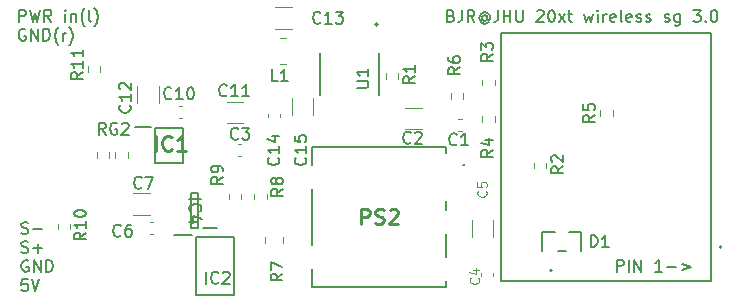
<source format=gbr>
%TF.GenerationSoftware,KiCad,Pcbnew,7.0.9*%
%TF.CreationDate,2024-04-30T03:57:04-04:00*%
%TF.ProjectId,5.2_5V,352e325f-3556-42e6-9b69-6361645f7063,rev?*%
%TF.SameCoordinates,Original*%
%TF.FileFunction,Legend,Top*%
%TF.FilePolarity,Positive*%
%FSLAX46Y46*%
G04 Gerber Fmt 4.6, Leading zero omitted, Abs format (unit mm)*
G04 Created by KiCad (PCBNEW 7.0.9) date 2024-04-30 03:57:04*
%MOMM*%
%LPD*%
G01*
G04 APERTURE LIST*
%ADD10C,0.150000*%
%ADD11C,0.120000*%
%ADD12C,0.254000*%
%ADD13C,0.127000*%
%ADD14C,0.200000*%
%ADD15C,0.152400*%
G04 APERTURE END LIST*
D10*
X176739779Y-54479819D02*
X176739779Y-53479819D01*
X176739779Y-53479819D02*
X177120731Y-53479819D01*
X177120731Y-53479819D02*
X177215969Y-53527438D01*
X177215969Y-53527438D02*
X177263588Y-53575057D01*
X177263588Y-53575057D02*
X177311207Y-53670295D01*
X177311207Y-53670295D02*
X177311207Y-53813152D01*
X177311207Y-53813152D02*
X177263588Y-53908390D01*
X177263588Y-53908390D02*
X177215969Y-53956009D01*
X177215969Y-53956009D02*
X177120731Y-54003628D01*
X177120731Y-54003628D02*
X176739779Y-54003628D01*
X177739779Y-54479819D02*
X177739779Y-53479819D01*
X178215969Y-54479819D02*
X178215969Y-53479819D01*
X178215969Y-53479819D02*
X178787397Y-54479819D01*
X178787397Y-54479819D02*
X178787397Y-53479819D01*
X180549302Y-54479819D02*
X179977874Y-54479819D01*
X180263588Y-54479819D02*
X180263588Y-53479819D01*
X180263588Y-53479819D02*
X180168350Y-53622676D01*
X180168350Y-53622676D02*
X180073112Y-53717914D01*
X180073112Y-53717914D02*
X179977874Y-53765533D01*
X180977874Y-54098866D02*
X181739779Y-54098866D01*
X182215969Y-53813152D02*
X182977874Y-54098866D01*
X182977874Y-54098866D02*
X182215969Y-54384580D01*
X162671312Y-32823209D02*
X162814169Y-32870828D01*
X162814169Y-32870828D02*
X162861788Y-32918447D01*
X162861788Y-32918447D02*
X162909407Y-33013685D01*
X162909407Y-33013685D02*
X162909407Y-33156542D01*
X162909407Y-33156542D02*
X162861788Y-33251780D01*
X162861788Y-33251780D02*
X162814169Y-33299400D01*
X162814169Y-33299400D02*
X162718931Y-33347019D01*
X162718931Y-33347019D02*
X162337979Y-33347019D01*
X162337979Y-33347019D02*
X162337979Y-32347019D01*
X162337979Y-32347019D02*
X162671312Y-32347019D01*
X162671312Y-32347019D02*
X162766550Y-32394638D01*
X162766550Y-32394638D02*
X162814169Y-32442257D01*
X162814169Y-32442257D02*
X162861788Y-32537495D01*
X162861788Y-32537495D02*
X162861788Y-32632733D01*
X162861788Y-32632733D02*
X162814169Y-32727971D01*
X162814169Y-32727971D02*
X162766550Y-32775590D01*
X162766550Y-32775590D02*
X162671312Y-32823209D01*
X162671312Y-32823209D02*
X162337979Y-32823209D01*
X163623693Y-32347019D02*
X163623693Y-33061304D01*
X163623693Y-33061304D02*
X163576074Y-33204161D01*
X163576074Y-33204161D02*
X163480836Y-33299400D01*
X163480836Y-33299400D02*
X163337979Y-33347019D01*
X163337979Y-33347019D02*
X163242741Y-33347019D01*
X164671312Y-33347019D02*
X164337979Y-32870828D01*
X164099884Y-33347019D02*
X164099884Y-32347019D01*
X164099884Y-32347019D02*
X164480836Y-32347019D01*
X164480836Y-32347019D02*
X164576074Y-32394638D01*
X164576074Y-32394638D02*
X164623693Y-32442257D01*
X164623693Y-32442257D02*
X164671312Y-32537495D01*
X164671312Y-32537495D02*
X164671312Y-32680352D01*
X164671312Y-32680352D02*
X164623693Y-32775590D01*
X164623693Y-32775590D02*
X164576074Y-32823209D01*
X164576074Y-32823209D02*
X164480836Y-32870828D01*
X164480836Y-32870828D02*
X164099884Y-32870828D01*
X165718931Y-32870828D02*
X165671312Y-32823209D01*
X165671312Y-32823209D02*
X165576074Y-32775590D01*
X165576074Y-32775590D02*
X165480836Y-32775590D01*
X165480836Y-32775590D02*
X165385598Y-32823209D01*
X165385598Y-32823209D02*
X165337979Y-32870828D01*
X165337979Y-32870828D02*
X165290360Y-32966066D01*
X165290360Y-32966066D02*
X165290360Y-33061304D01*
X165290360Y-33061304D02*
X165337979Y-33156542D01*
X165337979Y-33156542D02*
X165385598Y-33204161D01*
X165385598Y-33204161D02*
X165480836Y-33251780D01*
X165480836Y-33251780D02*
X165576074Y-33251780D01*
X165576074Y-33251780D02*
X165671312Y-33204161D01*
X165671312Y-33204161D02*
X165718931Y-33156542D01*
X165718931Y-32775590D02*
X165718931Y-33156542D01*
X165718931Y-33156542D02*
X165766550Y-33204161D01*
X165766550Y-33204161D02*
X165814169Y-33204161D01*
X165814169Y-33204161D02*
X165909408Y-33156542D01*
X165909408Y-33156542D02*
X165957027Y-33061304D01*
X165957027Y-33061304D02*
X165957027Y-32823209D01*
X165957027Y-32823209D02*
X165861789Y-32680352D01*
X165861789Y-32680352D02*
X165718931Y-32585114D01*
X165718931Y-32585114D02*
X165528455Y-32537495D01*
X165528455Y-32537495D02*
X165337979Y-32585114D01*
X165337979Y-32585114D02*
X165195122Y-32680352D01*
X165195122Y-32680352D02*
X165099884Y-32823209D01*
X165099884Y-32823209D02*
X165052265Y-33013685D01*
X165052265Y-33013685D02*
X165099884Y-33204161D01*
X165099884Y-33204161D02*
X165195122Y-33347019D01*
X165195122Y-33347019D02*
X165337979Y-33442257D01*
X165337979Y-33442257D02*
X165528455Y-33489876D01*
X165528455Y-33489876D02*
X165718931Y-33442257D01*
X165718931Y-33442257D02*
X165861789Y-33347019D01*
X166671312Y-32347019D02*
X166671312Y-33061304D01*
X166671312Y-33061304D02*
X166623693Y-33204161D01*
X166623693Y-33204161D02*
X166528455Y-33299400D01*
X166528455Y-33299400D02*
X166385598Y-33347019D01*
X166385598Y-33347019D02*
X166290360Y-33347019D01*
X167147503Y-33347019D02*
X167147503Y-32347019D01*
X167147503Y-32823209D02*
X167718931Y-32823209D01*
X167718931Y-33347019D02*
X167718931Y-32347019D01*
X168195122Y-32347019D02*
X168195122Y-33156542D01*
X168195122Y-33156542D02*
X168242741Y-33251780D01*
X168242741Y-33251780D02*
X168290360Y-33299400D01*
X168290360Y-33299400D02*
X168385598Y-33347019D01*
X168385598Y-33347019D02*
X168576074Y-33347019D01*
X168576074Y-33347019D02*
X168671312Y-33299400D01*
X168671312Y-33299400D02*
X168718931Y-33251780D01*
X168718931Y-33251780D02*
X168766550Y-33156542D01*
X168766550Y-33156542D02*
X168766550Y-32347019D01*
X169957027Y-32442257D02*
X170004646Y-32394638D01*
X170004646Y-32394638D02*
X170099884Y-32347019D01*
X170099884Y-32347019D02*
X170337979Y-32347019D01*
X170337979Y-32347019D02*
X170433217Y-32394638D01*
X170433217Y-32394638D02*
X170480836Y-32442257D01*
X170480836Y-32442257D02*
X170528455Y-32537495D01*
X170528455Y-32537495D02*
X170528455Y-32632733D01*
X170528455Y-32632733D02*
X170480836Y-32775590D01*
X170480836Y-32775590D02*
X169909408Y-33347019D01*
X169909408Y-33347019D02*
X170528455Y-33347019D01*
X171147503Y-32347019D02*
X171242741Y-32347019D01*
X171242741Y-32347019D02*
X171337979Y-32394638D01*
X171337979Y-32394638D02*
X171385598Y-32442257D01*
X171385598Y-32442257D02*
X171433217Y-32537495D01*
X171433217Y-32537495D02*
X171480836Y-32727971D01*
X171480836Y-32727971D02*
X171480836Y-32966066D01*
X171480836Y-32966066D02*
X171433217Y-33156542D01*
X171433217Y-33156542D02*
X171385598Y-33251780D01*
X171385598Y-33251780D02*
X171337979Y-33299400D01*
X171337979Y-33299400D02*
X171242741Y-33347019D01*
X171242741Y-33347019D02*
X171147503Y-33347019D01*
X171147503Y-33347019D02*
X171052265Y-33299400D01*
X171052265Y-33299400D02*
X171004646Y-33251780D01*
X171004646Y-33251780D02*
X170957027Y-33156542D01*
X170957027Y-33156542D02*
X170909408Y-32966066D01*
X170909408Y-32966066D02*
X170909408Y-32727971D01*
X170909408Y-32727971D02*
X170957027Y-32537495D01*
X170957027Y-32537495D02*
X171004646Y-32442257D01*
X171004646Y-32442257D02*
X171052265Y-32394638D01*
X171052265Y-32394638D02*
X171147503Y-32347019D01*
X171814170Y-33347019D02*
X172337979Y-32680352D01*
X171814170Y-32680352D02*
X172337979Y-33347019D01*
X172576075Y-32680352D02*
X172957027Y-32680352D01*
X172718932Y-32347019D02*
X172718932Y-33204161D01*
X172718932Y-33204161D02*
X172766551Y-33299400D01*
X172766551Y-33299400D02*
X172861789Y-33347019D01*
X172861789Y-33347019D02*
X172957027Y-33347019D01*
X173957028Y-32680352D02*
X174147504Y-33347019D01*
X174147504Y-33347019D02*
X174337980Y-32870828D01*
X174337980Y-32870828D02*
X174528456Y-33347019D01*
X174528456Y-33347019D02*
X174718932Y-32680352D01*
X175099885Y-33347019D02*
X175099885Y-32680352D01*
X175099885Y-32347019D02*
X175052266Y-32394638D01*
X175052266Y-32394638D02*
X175099885Y-32442257D01*
X175099885Y-32442257D02*
X175147504Y-32394638D01*
X175147504Y-32394638D02*
X175099885Y-32347019D01*
X175099885Y-32347019D02*
X175099885Y-32442257D01*
X175576075Y-33347019D02*
X175576075Y-32680352D01*
X175576075Y-32870828D02*
X175623694Y-32775590D01*
X175623694Y-32775590D02*
X175671313Y-32727971D01*
X175671313Y-32727971D02*
X175766551Y-32680352D01*
X175766551Y-32680352D02*
X175861789Y-32680352D01*
X176576075Y-33299400D02*
X176480837Y-33347019D01*
X176480837Y-33347019D02*
X176290361Y-33347019D01*
X176290361Y-33347019D02*
X176195123Y-33299400D01*
X176195123Y-33299400D02*
X176147504Y-33204161D01*
X176147504Y-33204161D02*
X176147504Y-32823209D01*
X176147504Y-32823209D02*
X176195123Y-32727971D01*
X176195123Y-32727971D02*
X176290361Y-32680352D01*
X176290361Y-32680352D02*
X176480837Y-32680352D01*
X176480837Y-32680352D02*
X176576075Y-32727971D01*
X176576075Y-32727971D02*
X176623694Y-32823209D01*
X176623694Y-32823209D02*
X176623694Y-32918447D01*
X176623694Y-32918447D02*
X176147504Y-33013685D01*
X177195123Y-33347019D02*
X177099885Y-33299400D01*
X177099885Y-33299400D02*
X177052266Y-33204161D01*
X177052266Y-33204161D02*
X177052266Y-32347019D01*
X177957028Y-33299400D02*
X177861790Y-33347019D01*
X177861790Y-33347019D02*
X177671314Y-33347019D01*
X177671314Y-33347019D02*
X177576076Y-33299400D01*
X177576076Y-33299400D02*
X177528457Y-33204161D01*
X177528457Y-33204161D02*
X177528457Y-32823209D01*
X177528457Y-32823209D02*
X177576076Y-32727971D01*
X177576076Y-32727971D02*
X177671314Y-32680352D01*
X177671314Y-32680352D02*
X177861790Y-32680352D01*
X177861790Y-32680352D02*
X177957028Y-32727971D01*
X177957028Y-32727971D02*
X178004647Y-32823209D01*
X178004647Y-32823209D02*
X178004647Y-32918447D01*
X178004647Y-32918447D02*
X177528457Y-33013685D01*
X178385600Y-33299400D02*
X178480838Y-33347019D01*
X178480838Y-33347019D02*
X178671314Y-33347019D01*
X178671314Y-33347019D02*
X178766552Y-33299400D01*
X178766552Y-33299400D02*
X178814171Y-33204161D01*
X178814171Y-33204161D02*
X178814171Y-33156542D01*
X178814171Y-33156542D02*
X178766552Y-33061304D01*
X178766552Y-33061304D02*
X178671314Y-33013685D01*
X178671314Y-33013685D02*
X178528457Y-33013685D01*
X178528457Y-33013685D02*
X178433219Y-32966066D01*
X178433219Y-32966066D02*
X178385600Y-32870828D01*
X178385600Y-32870828D02*
X178385600Y-32823209D01*
X178385600Y-32823209D02*
X178433219Y-32727971D01*
X178433219Y-32727971D02*
X178528457Y-32680352D01*
X178528457Y-32680352D02*
X178671314Y-32680352D01*
X178671314Y-32680352D02*
X178766552Y-32727971D01*
X179195124Y-33299400D02*
X179290362Y-33347019D01*
X179290362Y-33347019D02*
X179480838Y-33347019D01*
X179480838Y-33347019D02*
X179576076Y-33299400D01*
X179576076Y-33299400D02*
X179623695Y-33204161D01*
X179623695Y-33204161D02*
X179623695Y-33156542D01*
X179623695Y-33156542D02*
X179576076Y-33061304D01*
X179576076Y-33061304D02*
X179480838Y-33013685D01*
X179480838Y-33013685D02*
X179337981Y-33013685D01*
X179337981Y-33013685D02*
X179242743Y-32966066D01*
X179242743Y-32966066D02*
X179195124Y-32870828D01*
X179195124Y-32870828D02*
X179195124Y-32823209D01*
X179195124Y-32823209D02*
X179242743Y-32727971D01*
X179242743Y-32727971D02*
X179337981Y-32680352D01*
X179337981Y-32680352D02*
X179480838Y-32680352D01*
X179480838Y-32680352D02*
X179576076Y-32727971D01*
X180766553Y-33299400D02*
X180861791Y-33347019D01*
X180861791Y-33347019D02*
X181052267Y-33347019D01*
X181052267Y-33347019D02*
X181147505Y-33299400D01*
X181147505Y-33299400D02*
X181195124Y-33204161D01*
X181195124Y-33204161D02*
X181195124Y-33156542D01*
X181195124Y-33156542D02*
X181147505Y-33061304D01*
X181147505Y-33061304D02*
X181052267Y-33013685D01*
X181052267Y-33013685D02*
X180909410Y-33013685D01*
X180909410Y-33013685D02*
X180814172Y-32966066D01*
X180814172Y-32966066D02*
X180766553Y-32870828D01*
X180766553Y-32870828D02*
X180766553Y-32823209D01*
X180766553Y-32823209D02*
X180814172Y-32727971D01*
X180814172Y-32727971D02*
X180909410Y-32680352D01*
X180909410Y-32680352D02*
X181052267Y-32680352D01*
X181052267Y-32680352D02*
X181147505Y-32727971D01*
X182052267Y-32680352D02*
X182052267Y-33489876D01*
X182052267Y-33489876D02*
X182004648Y-33585114D01*
X182004648Y-33585114D02*
X181957029Y-33632733D01*
X181957029Y-33632733D02*
X181861791Y-33680352D01*
X181861791Y-33680352D02*
X181718934Y-33680352D01*
X181718934Y-33680352D02*
X181623696Y-33632733D01*
X182052267Y-33299400D02*
X181957029Y-33347019D01*
X181957029Y-33347019D02*
X181766553Y-33347019D01*
X181766553Y-33347019D02*
X181671315Y-33299400D01*
X181671315Y-33299400D02*
X181623696Y-33251780D01*
X181623696Y-33251780D02*
X181576077Y-33156542D01*
X181576077Y-33156542D02*
X181576077Y-32870828D01*
X181576077Y-32870828D02*
X181623696Y-32775590D01*
X181623696Y-32775590D02*
X181671315Y-32727971D01*
X181671315Y-32727971D02*
X181766553Y-32680352D01*
X181766553Y-32680352D02*
X181957029Y-32680352D01*
X181957029Y-32680352D02*
X182052267Y-32727971D01*
X183195125Y-32347019D02*
X183814172Y-32347019D01*
X183814172Y-32347019D02*
X183480839Y-32727971D01*
X183480839Y-32727971D02*
X183623696Y-32727971D01*
X183623696Y-32727971D02*
X183718934Y-32775590D01*
X183718934Y-32775590D02*
X183766553Y-32823209D01*
X183766553Y-32823209D02*
X183814172Y-32918447D01*
X183814172Y-32918447D02*
X183814172Y-33156542D01*
X183814172Y-33156542D02*
X183766553Y-33251780D01*
X183766553Y-33251780D02*
X183718934Y-33299400D01*
X183718934Y-33299400D02*
X183623696Y-33347019D01*
X183623696Y-33347019D02*
X183337982Y-33347019D01*
X183337982Y-33347019D02*
X183242744Y-33299400D01*
X183242744Y-33299400D02*
X183195125Y-33251780D01*
X184242744Y-33251780D02*
X184290363Y-33299400D01*
X184290363Y-33299400D02*
X184242744Y-33347019D01*
X184242744Y-33347019D02*
X184195125Y-33299400D01*
X184195125Y-33299400D02*
X184242744Y-33251780D01*
X184242744Y-33251780D02*
X184242744Y-33347019D01*
X184909410Y-32347019D02*
X185004648Y-32347019D01*
X185004648Y-32347019D02*
X185099886Y-32394638D01*
X185099886Y-32394638D02*
X185147505Y-32442257D01*
X185147505Y-32442257D02*
X185195124Y-32537495D01*
X185195124Y-32537495D02*
X185242743Y-32727971D01*
X185242743Y-32727971D02*
X185242743Y-32966066D01*
X185242743Y-32966066D02*
X185195124Y-33156542D01*
X185195124Y-33156542D02*
X185147505Y-33251780D01*
X185147505Y-33251780D02*
X185099886Y-33299400D01*
X185099886Y-33299400D02*
X185004648Y-33347019D01*
X185004648Y-33347019D02*
X184909410Y-33347019D01*
X184909410Y-33347019D02*
X184814172Y-33299400D01*
X184814172Y-33299400D02*
X184766553Y-33251780D01*
X184766553Y-33251780D02*
X184718934Y-33156542D01*
X184718934Y-33156542D02*
X184671315Y-32966066D01*
X184671315Y-32966066D02*
X184671315Y-32727971D01*
X184671315Y-32727971D02*
X184718934Y-32537495D01*
X184718934Y-32537495D02*
X184766553Y-32442257D01*
X184766553Y-32442257D02*
X184814172Y-32394638D01*
X184814172Y-32394638D02*
X184909410Y-32347019D01*
X126314160Y-51242200D02*
X126457017Y-51289819D01*
X126457017Y-51289819D02*
X126695112Y-51289819D01*
X126695112Y-51289819D02*
X126790350Y-51242200D01*
X126790350Y-51242200D02*
X126837969Y-51194580D01*
X126837969Y-51194580D02*
X126885588Y-51099342D01*
X126885588Y-51099342D02*
X126885588Y-51004104D01*
X126885588Y-51004104D02*
X126837969Y-50908866D01*
X126837969Y-50908866D02*
X126790350Y-50861247D01*
X126790350Y-50861247D02*
X126695112Y-50813628D01*
X126695112Y-50813628D02*
X126504636Y-50766009D01*
X126504636Y-50766009D02*
X126409398Y-50718390D01*
X126409398Y-50718390D02*
X126361779Y-50670771D01*
X126361779Y-50670771D02*
X126314160Y-50575533D01*
X126314160Y-50575533D02*
X126314160Y-50480295D01*
X126314160Y-50480295D02*
X126361779Y-50385057D01*
X126361779Y-50385057D02*
X126409398Y-50337438D01*
X126409398Y-50337438D02*
X126504636Y-50289819D01*
X126504636Y-50289819D02*
X126742731Y-50289819D01*
X126742731Y-50289819D02*
X126885588Y-50337438D01*
X127314160Y-50908866D02*
X128076065Y-50908866D01*
X126314160Y-52852200D02*
X126457017Y-52899819D01*
X126457017Y-52899819D02*
X126695112Y-52899819D01*
X126695112Y-52899819D02*
X126790350Y-52852200D01*
X126790350Y-52852200D02*
X126837969Y-52804580D01*
X126837969Y-52804580D02*
X126885588Y-52709342D01*
X126885588Y-52709342D02*
X126885588Y-52614104D01*
X126885588Y-52614104D02*
X126837969Y-52518866D01*
X126837969Y-52518866D02*
X126790350Y-52471247D01*
X126790350Y-52471247D02*
X126695112Y-52423628D01*
X126695112Y-52423628D02*
X126504636Y-52376009D01*
X126504636Y-52376009D02*
X126409398Y-52328390D01*
X126409398Y-52328390D02*
X126361779Y-52280771D01*
X126361779Y-52280771D02*
X126314160Y-52185533D01*
X126314160Y-52185533D02*
X126314160Y-52090295D01*
X126314160Y-52090295D02*
X126361779Y-51995057D01*
X126361779Y-51995057D02*
X126409398Y-51947438D01*
X126409398Y-51947438D02*
X126504636Y-51899819D01*
X126504636Y-51899819D02*
X126742731Y-51899819D01*
X126742731Y-51899819D02*
X126885588Y-51947438D01*
X127314160Y-52518866D02*
X128076065Y-52518866D01*
X127695112Y-52899819D02*
X127695112Y-52137914D01*
X126885588Y-53557438D02*
X126790350Y-53509819D01*
X126790350Y-53509819D02*
X126647493Y-53509819D01*
X126647493Y-53509819D02*
X126504636Y-53557438D01*
X126504636Y-53557438D02*
X126409398Y-53652676D01*
X126409398Y-53652676D02*
X126361779Y-53747914D01*
X126361779Y-53747914D02*
X126314160Y-53938390D01*
X126314160Y-53938390D02*
X126314160Y-54081247D01*
X126314160Y-54081247D02*
X126361779Y-54271723D01*
X126361779Y-54271723D02*
X126409398Y-54366961D01*
X126409398Y-54366961D02*
X126504636Y-54462200D01*
X126504636Y-54462200D02*
X126647493Y-54509819D01*
X126647493Y-54509819D02*
X126742731Y-54509819D01*
X126742731Y-54509819D02*
X126885588Y-54462200D01*
X126885588Y-54462200D02*
X126933207Y-54414580D01*
X126933207Y-54414580D02*
X126933207Y-54081247D01*
X126933207Y-54081247D02*
X126742731Y-54081247D01*
X127361779Y-54509819D02*
X127361779Y-53509819D01*
X127361779Y-53509819D02*
X127933207Y-54509819D01*
X127933207Y-54509819D02*
X127933207Y-53509819D01*
X128409398Y-54509819D02*
X128409398Y-53509819D01*
X128409398Y-53509819D02*
X128647493Y-53509819D01*
X128647493Y-53509819D02*
X128790350Y-53557438D01*
X128790350Y-53557438D02*
X128885588Y-53652676D01*
X128885588Y-53652676D02*
X128933207Y-53747914D01*
X128933207Y-53747914D02*
X128980826Y-53938390D01*
X128980826Y-53938390D02*
X128980826Y-54081247D01*
X128980826Y-54081247D02*
X128933207Y-54271723D01*
X128933207Y-54271723D02*
X128885588Y-54366961D01*
X128885588Y-54366961D02*
X128790350Y-54462200D01*
X128790350Y-54462200D02*
X128647493Y-54509819D01*
X128647493Y-54509819D02*
X128409398Y-54509819D01*
X126837969Y-55119819D02*
X126361779Y-55119819D01*
X126361779Y-55119819D02*
X126314160Y-55596009D01*
X126314160Y-55596009D02*
X126361779Y-55548390D01*
X126361779Y-55548390D02*
X126457017Y-55500771D01*
X126457017Y-55500771D02*
X126695112Y-55500771D01*
X126695112Y-55500771D02*
X126790350Y-55548390D01*
X126790350Y-55548390D02*
X126837969Y-55596009D01*
X126837969Y-55596009D02*
X126885588Y-55691247D01*
X126885588Y-55691247D02*
X126885588Y-55929342D01*
X126885588Y-55929342D02*
X126837969Y-56024580D01*
X126837969Y-56024580D02*
X126790350Y-56072200D01*
X126790350Y-56072200D02*
X126695112Y-56119819D01*
X126695112Y-56119819D02*
X126457017Y-56119819D01*
X126457017Y-56119819D02*
X126361779Y-56072200D01*
X126361779Y-56072200D02*
X126314160Y-56024580D01*
X127171303Y-55119819D02*
X127504636Y-56119819D01*
X127504636Y-56119819D02*
X127837969Y-55119819D01*
X140541380Y-48342779D02*
X141541380Y-48342779D01*
X140636619Y-49390397D02*
X140589000Y-49342778D01*
X140589000Y-49342778D02*
X140541380Y-49199921D01*
X140541380Y-49199921D02*
X140541380Y-49104683D01*
X140541380Y-49104683D02*
X140589000Y-48961826D01*
X140589000Y-48961826D02*
X140684238Y-48866588D01*
X140684238Y-48866588D02*
X140779476Y-48818969D01*
X140779476Y-48818969D02*
X140969952Y-48771350D01*
X140969952Y-48771350D02*
X141112809Y-48771350D01*
X141112809Y-48771350D02*
X141303285Y-48818969D01*
X141303285Y-48818969D02*
X141398523Y-48866588D01*
X141398523Y-48866588D02*
X141493761Y-48961826D01*
X141493761Y-48961826D02*
X141541380Y-49104683D01*
X141541380Y-49104683D02*
X141541380Y-49199921D01*
X141541380Y-49199921D02*
X141493761Y-49342778D01*
X141493761Y-49342778D02*
X141446142Y-49390397D01*
X141208047Y-50247540D02*
X140541380Y-50247540D01*
X141589000Y-50009445D02*
X140874714Y-49771350D01*
X140874714Y-49771350D02*
X140874714Y-50390397D01*
X126117579Y-33311819D02*
X126117579Y-32311819D01*
X126117579Y-32311819D02*
X126498531Y-32311819D01*
X126498531Y-32311819D02*
X126593769Y-32359438D01*
X126593769Y-32359438D02*
X126641388Y-32407057D01*
X126641388Y-32407057D02*
X126689007Y-32502295D01*
X126689007Y-32502295D02*
X126689007Y-32645152D01*
X126689007Y-32645152D02*
X126641388Y-32740390D01*
X126641388Y-32740390D02*
X126593769Y-32788009D01*
X126593769Y-32788009D02*
X126498531Y-32835628D01*
X126498531Y-32835628D02*
X126117579Y-32835628D01*
X127022341Y-32311819D02*
X127260436Y-33311819D01*
X127260436Y-33311819D02*
X127450912Y-32597533D01*
X127450912Y-32597533D02*
X127641388Y-33311819D01*
X127641388Y-33311819D02*
X127879484Y-32311819D01*
X128831864Y-33311819D02*
X128498531Y-32835628D01*
X128260436Y-33311819D02*
X128260436Y-32311819D01*
X128260436Y-32311819D02*
X128641388Y-32311819D01*
X128641388Y-32311819D02*
X128736626Y-32359438D01*
X128736626Y-32359438D02*
X128784245Y-32407057D01*
X128784245Y-32407057D02*
X128831864Y-32502295D01*
X128831864Y-32502295D02*
X128831864Y-32645152D01*
X128831864Y-32645152D02*
X128784245Y-32740390D01*
X128784245Y-32740390D02*
X128736626Y-32788009D01*
X128736626Y-32788009D02*
X128641388Y-32835628D01*
X128641388Y-32835628D02*
X128260436Y-32835628D01*
X130022341Y-33311819D02*
X130022341Y-32645152D01*
X130022341Y-32311819D02*
X129974722Y-32359438D01*
X129974722Y-32359438D02*
X130022341Y-32407057D01*
X130022341Y-32407057D02*
X130069960Y-32359438D01*
X130069960Y-32359438D02*
X130022341Y-32311819D01*
X130022341Y-32311819D02*
X130022341Y-32407057D01*
X130498531Y-32645152D02*
X130498531Y-33311819D01*
X130498531Y-32740390D02*
X130546150Y-32692771D01*
X130546150Y-32692771D02*
X130641388Y-32645152D01*
X130641388Y-32645152D02*
X130784245Y-32645152D01*
X130784245Y-32645152D02*
X130879483Y-32692771D01*
X130879483Y-32692771D02*
X130927102Y-32788009D01*
X130927102Y-32788009D02*
X130927102Y-33311819D01*
X131689007Y-33692771D02*
X131641388Y-33645152D01*
X131641388Y-33645152D02*
X131546150Y-33502295D01*
X131546150Y-33502295D02*
X131498531Y-33407057D01*
X131498531Y-33407057D02*
X131450912Y-33264200D01*
X131450912Y-33264200D02*
X131403293Y-33026104D01*
X131403293Y-33026104D02*
X131403293Y-32835628D01*
X131403293Y-32835628D02*
X131450912Y-32597533D01*
X131450912Y-32597533D02*
X131498531Y-32454676D01*
X131498531Y-32454676D02*
X131546150Y-32359438D01*
X131546150Y-32359438D02*
X131641388Y-32216580D01*
X131641388Y-32216580D02*
X131689007Y-32168961D01*
X132212817Y-33311819D02*
X132117579Y-33264200D01*
X132117579Y-33264200D02*
X132069960Y-33168961D01*
X132069960Y-33168961D02*
X132069960Y-32311819D01*
X132498532Y-33692771D02*
X132546151Y-33645152D01*
X132546151Y-33645152D02*
X132641389Y-33502295D01*
X132641389Y-33502295D02*
X132689008Y-33407057D01*
X132689008Y-33407057D02*
X132736627Y-33264200D01*
X132736627Y-33264200D02*
X132784246Y-33026104D01*
X132784246Y-33026104D02*
X132784246Y-32835628D01*
X132784246Y-32835628D02*
X132736627Y-32597533D01*
X132736627Y-32597533D02*
X132689008Y-32454676D01*
X132689008Y-32454676D02*
X132641389Y-32359438D01*
X132641389Y-32359438D02*
X132546151Y-32216580D01*
X132546151Y-32216580D02*
X132498532Y-32168961D01*
X126641388Y-33969438D02*
X126546150Y-33921819D01*
X126546150Y-33921819D02*
X126403293Y-33921819D01*
X126403293Y-33921819D02*
X126260436Y-33969438D01*
X126260436Y-33969438D02*
X126165198Y-34064676D01*
X126165198Y-34064676D02*
X126117579Y-34159914D01*
X126117579Y-34159914D02*
X126069960Y-34350390D01*
X126069960Y-34350390D02*
X126069960Y-34493247D01*
X126069960Y-34493247D02*
X126117579Y-34683723D01*
X126117579Y-34683723D02*
X126165198Y-34778961D01*
X126165198Y-34778961D02*
X126260436Y-34874200D01*
X126260436Y-34874200D02*
X126403293Y-34921819D01*
X126403293Y-34921819D02*
X126498531Y-34921819D01*
X126498531Y-34921819D02*
X126641388Y-34874200D01*
X126641388Y-34874200D02*
X126689007Y-34826580D01*
X126689007Y-34826580D02*
X126689007Y-34493247D01*
X126689007Y-34493247D02*
X126498531Y-34493247D01*
X127117579Y-34921819D02*
X127117579Y-33921819D01*
X127117579Y-33921819D02*
X127689007Y-34921819D01*
X127689007Y-34921819D02*
X127689007Y-33921819D01*
X128165198Y-34921819D02*
X128165198Y-33921819D01*
X128165198Y-33921819D02*
X128403293Y-33921819D01*
X128403293Y-33921819D02*
X128546150Y-33969438D01*
X128546150Y-33969438D02*
X128641388Y-34064676D01*
X128641388Y-34064676D02*
X128689007Y-34159914D01*
X128689007Y-34159914D02*
X128736626Y-34350390D01*
X128736626Y-34350390D02*
X128736626Y-34493247D01*
X128736626Y-34493247D02*
X128689007Y-34683723D01*
X128689007Y-34683723D02*
X128641388Y-34778961D01*
X128641388Y-34778961D02*
X128546150Y-34874200D01*
X128546150Y-34874200D02*
X128403293Y-34921819D01*
X128403293Y-34921819D02*
X128165198Y-34921819D01*
X129450912Y-35302771D02*
X129403293Y-35255152D01*
X129403293Y-35255152D02*
X129308055Y-35112295D01*
X129308055Y-35112295D02*
X129260436Y-35017057D01*
X129260436Y-35017057D02*
X129212817Y-34874200D01*
X129212817Y-34874200D02*
X129165198Y-34636104D01*
X129165198Y-34636104D02*
X129165198Y-34445628D01*
X129165198Y-34445628D02*
X129212817Y-34207533D01*
X129212817Y-34207533D02*
X129260436Y-34064676D01*
X129260436Y-34064676D02*
X129308055Y-33969438D01*
X129308055Y-33969438D02*
X129403293Y-33826580D01*
X129403293Y-33826580D02*
X129450912Y-33778961D01*
X129831865Y-34921819D02*
X129831865Y-34255152D01*
X129831865Y-34445628D02*
X129879484Y-34350390D01*
X129879484Y-34350390D02*
X129927103Y-34302771D01*
X129927103Y-34302771D02*
X130022341Y-34255152D01*
X130022341Y-34255152D02*
X130117579Y-34255152D01*
X130355675Y-35302771D02*
X130403294Y-35255152D01*
X130403294Y-35255152D02*
X130498532Y-35112295D01*
X130498532Y-35112295D02*
X130546151Y-35017057D01*
X130546151Y-35017057D02*
X130593770Y-34874200D01*
X130593770Y-34874200D02*
X130641389Y-34636104D01*
X130641389Y-34636104D02*
X130641389Y-34445628D01*
X130641389Y-34445628D02*
X130593770Y-34207533D01*
X130593770Y-34207533D02*
X130546151Y-34064676D01*
X130546151Y-34064676D02*
X130498532Y-33969438D01*
X130498532Y-33969438D02*
X130403294Y-33826580D01*
X130403294Y-33826580D02*
X130355675Y-33778961D01*
X163445819Y-37191792D02*
X162969628Y-37525125D01*
X163445819Y-37763220D02*
X162445819Y-37763220D01*
X162445819Y-37763220D02*
X162445819Y-37382268D01*
X162445819Y-37382268D02*
X162493438Y-37287030D01*
X162493438Y-37287030D02*
X162541057Y-37239411D01*
X162541057Y-37239411D02*
X162636295Y-37191792D01*
X162636295Y-37191792D02*
X162779152Y-37191792D01*
X162779152Y-37191792D02*
X162874390Y-37239411D01*
X162874390Y-37239411D02*
X162922009Y-37287030D01*
X162922009Y-37287030D02*
X162969628Y-37382268D01*
X162969628Y-37382268D02*
X162969628Y-37763220D01*
X162445819Y-36334649D02*
X162445819Y-36525125D01*
X162445819Y-36525125D02*
X162493438Y-36620363D01*
X162493438Y-36620363D02*
X162541057Y-36667982D01*
X162541057Y-36667982D02*
X162683914Y-36763220D01*
X162683914Y-36763220D02*
X162874390Y-36810839D01*
X162874390Y-36810839D02*
X163255342Y-36810839D01*
X163255342Y-36810839D02*
X163350580Y-36763220D01*
X163350580Y-36763220D02*
X163398200Y-36715601D01*
X163398200Y-36715601D02*
X163445819Y-36620363D01*
X163445819Y-36620363D02*
X163445819Y-36429887D01*
X163445819Y-36429887D02*
X163398200Y-36334649D01*
X163398200Y-36334649D02*
X163350580Y-36287030D01*
X163350580Y-36287030D02*
X163255342Y-36239411D01*
X163255342Y-36239411D02*
X163017247Y-36239411D01*
X163017247Y-36239411D02*
X162922009Y-36287030D01*
X162922009Y-36287030D02*
X162874390Y-36334649D01*
X162874390Y-36334649D02*
X162826771Y-36429887D01*
X162826771Y-36429887D02*
X162826771Y-36620363D01*
X162826771Y-36620363D02*
X162874390Y-36715601D01*
X162874390Y-36715601D02*
X162922009Y-36763220D01*
X162922009Y-36763220D02*
X163017247Y-36810839D01*
X159635819Y-37953792D02*
X159159628Y-38287125D01*
X159635819Y-38525220D02*
X158635819Y-38525220D01*
X158635819Y-38525220D02*
X158635819Y-38144268D01*
X158635819Y-38144268D02*
X158683438Y-38049030D01*
X158683438Y-38049030D02*
X158731057Y-38001411D01*
X158731057Y-38001411D02*
X158826295Y-37953792D01*
X158826295Y-37953792D02*
X158969152Y-37953792D01*
X158969152Y-37953792D02*
X159064390Y-38001411D01*
X159064390Y-38001411D02*
X159112009Y-38049030D01*
X159112009Y-38049030D02*
X159159628Y-38144268D01*
X159159628Y-38144268D02*
X159159628Y-38525220D01*
X159635819Y-37001411D02*
X159635819Y-37572839D01*
X159635819Y-37287125D02*
X158635819Y-37287125D01*
X158635819Y-37287125D02*
X158778676Y-37382363D01*
X158778676Y-37382363D02*
X158873914Y-37477601D01*
X158873914Y-37477601D02*
X158921533Y-37572839D01*
X166239819Y-44176792D02*
X165763628Y-44510125D01*
X166239819Y-44748220D02*
X165239819Y-44748220D01*
X165239819Y-44748220D02*
X165239819Y-44367268D01*
X165239819Y-44367268D02*
X165287438Y-44272030D01*
X165287438Y-44272030D02*
X165335057Y-44224411D01*
X165335057Y-44224411D02*
X165430295Y-44176792D01*
X165430295Y-44176792D02*
X165573152Y-44176792D01*
X165573152Y-44176792D02*
X165668390Y-44224411D01*
X165668390Y-44224411D02*
X165716009Y-44272030D01*
X165716009Y-44272030D02*
X165763628Y-44367268D01*
X165763628Y-44367268D02*
X165763628Y-44748220D01*
X165573152Y-43319649D02*
X166239819Y-43319649D01*
X165192200Y-43557744D02*
X165906485Y-43795839D01*
X165906485Y-43795839D02*
X165906485Y-43176792D01*
X154698819Y-38906220D02*
X155508342Y-38906220D01*
X155508342Y-38906220D02*
X155603580Y-38858601D01*
X155603580Y-38858601D02*
X155651200Y-38810982D01*
X155651200Y-38810982D02*
X155698819Y-38715744D01*
X155698819Y-38715744D02*
X155698819Y-38525268D01*
X155698819Y-38525268D02*
X155651200Y-38430030D01*
X155651200Y-38430030D02*
X155603580Y-38382411D01*
X155603580Y-38382411D02*
X155508342Y-38334792D01*
X155508342Y-38334792D02*
X154698819Y-38334792D01*
X155698819Y-37334792D02*
X155698819Y-37906220D01*
X155698819Y-37620506D02*
X154698819Y-37620506D01*
X154698819Y-37620506D02*
X154841676Y-37715744D01*
X154841676Y-37715744D02*
X154936914Y-37810982D01*
X154936914Y-37810982D02*
X154984533Y-37906220D01*
X148005969Y-38350819D02*
X147529779Y-38350819D01*
X147529779Y-38350819D02*
X147529779Y-37350819D01*
X148863112Y-38350819D02*
X148291684Y-38350819D01*
X148577398Y-38350819D02*
X148577398Y-37350819D01*
X148577398Y-37350819D02*
X148482160Y-37493676D01*
X148482160Y-37493676D02*
X148386922Y-37588914D01*
X148386922Y-37588914D02*
X148291684Y-37636533D01*
X166239819Y-36048792D02*
X165763628Y-36382125D01*
X166239819Y-36620220D02*
X165239819Y-36620220D01*
X165239819Y-36620220D02*
X165239819Y-36239268D01*
X165239819Y-36239268D02*
X165287438Y-36144030D01*
X165287438Y-36144030D02*
X165335057Y-36096411D01*
X165335057Y-36096411D02*
X165430295Y-36048792D01*
X165430295Y-36048792D02*
X165573152Y-36048792D01*
X165573152Y-36048792D02*
X165668390Y-36096411D01*
X165668390Y-36096411D02*
X165716009Y-36144030D01*
X165716009Y-36144030D02*
X165763628Y-36239268D01*
X165763628Y-36239268D02*
X165763628Y-36620220D01*
X165239819Y-35715458D02*
X165239819Y-35096411D01*
X165239819Y-35096411D02*
X165620771Y-35429744D01*
X165620771Y-35429744D02*
X165620771Y-35286887D01*
X165620771Y-35286887D02*
X165668390Y-35191649D01*
X165668390Y-35191649D02*
X165716009Y-35144030D01*
X165716009Y-35144030D02*
X165811247Y-35096411D01*
X165811247Y-35096411D02*
X166049342Y-35096411D01*
X166049342Y-35096411D02*
X166144580Y-35144030D01*
X166144580Y-35144030D02*
X166192200Y-35191649D01*
X166192200Y-35191649D02*
X166239819Y-35286887D01*
X166239819Y-35286887D02*
X166239819Y-35572601D01*
X166239819Y-35572601D02*
X166192200Y-35667839D01*
X166192200Y-35667839D02*
X166144580Y-35715458D01*
X163163207Y-43690580D02*
X163115588Y-43738200D01*
X163115588Y-43738200D02*
X162972731Y-43785819D01*
X162972731Y-43785819D02*
X162877493Y-43785819D01*
X162877493Y-43785819D02*
X162734636Y-43738200D01*
X162734636Y-43738200D02*
X162639398Y-43642961D01*
X162639398Y-43642961D02*
X162591779Y-43547723D01*
X162591779Y-43547723D02*
X162544160Y-43357247D01*
X162544160Y-43357247D02*
X162544160Y-43214390D01*
X162544160Y-43214390D02*
X162591779Y-43023914D01*
X162591779Y-43023914D02*
X162639398Y-42928676D01*
X162639398Y-42928676D02*
X162734636Y-42833438D01*
X162734636Y-42833438D02*
X162877493Y-42785819D01*
X162877493Y-42785819D02*
X162972731Y-42785819D01*
X162972731Y-42785819D02*
X163115588Y-42833438D01*
X163115588Y-42833438D02*
X163163207Y-42881057D01*
X164115588Y-43785819D02*
X163544160Y-43785819D01*
X163829874Y-43785819D02*
X163829874Y-42785819D01*
X163829874Y-42785819D02*
X163734636Y-42928676D01*
X163734636Y-42928676D02*
X163639398Y-43023914D01*
X163639398Y-43023914D02*
X163544160Y-43071533D01*
X141941779Y-55495819D02*
X141941779Y-54495819D01*
X142989397Y-55400580D02*
X142941778Y-55448200D01*
X142941778Y-55448200D02*
X142798921Y-55495819D01*
X142798921Y-55495819D02*
X142703683Y-55495819D01*
X142703683Y-55495819D02*
X142560826Y-55448200D01*
X142560826Y-55448200D02*
X142465588Y-55352961D01*
X142465588Y-55352961D02*
X142417969Y-55257723D01*
X142417969Y-55257723D02*
X142370350Y-55067247D01*
X142370350Y-55067247D02*
X142370350Y-54924390D01*
X142370350Y-54924390D02*
X142417969Y-54733914D01*
X142417969Y-54733914D02*
X142465588Y-54638676D01*
X142465588Y-54638676D02*
X142560826Y-54543438D01*
X142560826Y-54543438D02*
X142703683Y-54495819D01*
X142703683Y-54495819D02*
X142798921Y-54495819D01*
X142798921Y-54495819D02*
X142941778Y-54543438D01*
X142941778Y-54543438D02*
X142989397Y-54591057D01*
X143370350Y-54591057D02*
X143417969Y-54543438D01*
X143417969Y-54543438D02*
X143513207Y-54495819D01*
X143513207Y-54495819D02*
X143751302Y-54495819D01*
X143751302Y-54495819D02*
X143846540Y-54543438D01*
X143846540Y-54543438D02*
X143894159Y-54591057D01*
X143894159Y-54591057D02*
X143941778Y-54686295D01*
X143941778Y-54686295D02*
X143941778Y-54781533D01*
X143941778Y-54781533D02*
X143894159Y-54924390D01*
X143894159Y-54924390D02*
X143322731Y-55495819D01*
X143322731Y-55495819D02*
X143941778Y-55495819D01*
X131518819Y-37599857D02*
X131042628Y-37933190D01*
X131518819Y-38171285D02*
X130518819Y-38171285D01*
X130518819Y-38171285D02*
X130518819Y-37790333D01*
X130518819Y-37790333D02*
X130566438Y-37695095D01*
X130566438Y-37695095D02*
X130614057Y-37647476D01*
X130614057Y-37647476D02*
X130709295Y-37599857D01*
X130709295Y-37599857D02*
X130852152Y-37599857D01*
X130852152Y-37599857D02*
X130947390Y-37647476D01*
X130947390Y-37647476D02*
X130995009Y-37695095D01*
X130995009Y-37695095D02*
X131042628Y-37790333D01*
X131042628Y-37790333D02*
X131042628Y-38171285D01*
X131518819Y-36647476D02*
X131518819Y-37218904D01*
X131518819Y-36933190D02*
X130518819Y-36933190D01*
X130518819Y-36933190D02*
X130661676Y-37028428D01*
X130661676Y-37028428D02*
X130756914Y-37123666D01*
X130756914Y-37123666D02*
X130804533Y-37218904D01*
X131518819Y-35695095D02*
X131518819Y-36266523D01*
X131518819Y-35980809D02*
X130518819Y-35980809D01*
X130518819Y-35980809D02*
X130661676Y-36076047D01*
X130661676Y-36076047D02*
X130756914Y-36171285D01*
X130756914Y-36171285D02*
X130804533Y-36266523D01*
X131772819Y-51188857D02*
X131296628Y-51522190D01*
X131772819Y-51760285D02*
X130772819Y-51760285D01*
X130772819Y-51760285D02*
X130772819Y-51379333D01*
X130772819Y-51379333D02*
X130820438Y-51284095D01*
X130820438Y-51284095D02*
X130868057Y-51236476D01*
X130868057Y-51236476D02*
X130963295Y-51188857D01*
X130963295Y-51188857D02*
X131106152Y-51188857D01*
X131106152Y-51188857D02*
X131201390Y-51236476D01*
X131201390Y-51236476D02*
X131249009Y-51284095D01*
X131249009Y-51284095D02*
X131296628Y-51379333D01*
X131296628Y-51379333D02*
X131296628Y-51760285D01*
X131772819Y-50236476D02*
X131772819Y-50807904D01*
X131772819Y-50522190D02*
X130772819Y-50522190D01*
X130772819Y-50522190D02*
X130915676Y-50617428D01*
X130915676Y-50617428D02*
X131010914Y-50712666D01*
X131010914Y-50712666D02*
X131058533Y-50807904D01*
X130772819Y-49617428D02*
X130772819Y-49522190D01*
X130772819Y-49522190D02*
X130820438Y-49426952D01*
X130820438Y-49426952D02*
X130868057Y-49379333D01*
X130868057Y-49379333D02*
X130963295Y-49331714D01*
X130963295Y-49331714D02*
X131153771Y-49284095D01*
X131153771Y-49284095D02*
X131391866Y-49284095D01*
X131391866Y-49284095D02*
X131582342Y-49331714D01*
X131582342Y-49331714D02*
X131677580Y-49379333D01*
X131677580Y-49379333D02*
X131725200Y-49426952D01*
X131725200Y-49426952D02*
X131772819Y-49522190D01*
X131772819Y-49522190D02*
X131772819Y-49617428D01*
X131772819Y-49617428D02*
X131725200Y-49712666D01*
X131725200Y-49712666D02*
X131677580Y-49760285D01*
X131677580Y-49760285D02*
X131582342Y-49807904D01*
X131582342Y-49807904D02*
X131391866Y-49855523D01*
X131391866Y-49855523D02*
X131153771Y-49855523D01*
X131153771Y-49855523D02*
X130963295Y-49807904D01*
X130963295Y-49807904D02*
X130868057Y-49760285D01*
X130868057Y-49760285D02*
X130820438Y-49712666D01*
X130820438Y-49712666D02*
X130772819Y-49617428D01*
X144672207Y-43208580D02*
X144624588Y-43256200D01*
X144624588Y-43256200D02*
X144481731Y-43303819D01*
X144481731Y-43303819D02*
X144386493Y-43303819D01*
X144386493Y-43303819D02*
X144243636Y-43256200D01*
X144243636Y-43256200D02*
X144148398Y-43160961D01*
X144148398Y-43160961D02*
X144100779Y-43065723D01*
X144100779Y-43065723D02*
X144053160Y-42875247D01*
X144053160Y-42875247D02*
X144053160Y-42732390D01*
X144053160Y-42732390D02*
X144100779Y-42541914D01*
X144100779Y-42541914D02*
X144148398Y-42446676D01*
X144148398Y-42446676D02*
X144243636Y-42351438D01*
X144243636Y-42351438D02*
X144386493Y-42303819D01*
X144386493Y-42303819D02*
X144481731Y-42303819D01*
X144481731Y-42303819D02*
X144624588Y-42351438D01*
X144624588Y-42351438D02*
X144672207Y-42399057D01*
X145005541Y-42303819D02*
X145624588Y-42303819D01*
X145624588Y-42303819D02*
X145291255Y-42684771D01*
X145291255Y-42684771D02*
X145434112Y-42684771D01*
X145434112Y-42684771D02*
X145529350Y-42732390D01*
X145529350Y-42732390D02*
X145576969Y-42780009D01*
X145576969Y-42780009D02*
X145624588Y-42875247D01*
X145624588Y-42875247D02*
X145624588Y-43113342D01*
X145624588Y-43113342D02*
X145576969Y-43208580D01*
X145576969Y-43208580D02*
X145529350Y-43256200D01*
X145529350Y-43256200D02*
X145434112Y-43303819D01*
X145434112Y-43303819D02*
X145148398Y-43303819D01*
X145148398Y-43303819D02*
X145053160Y-43256200D01*
X145053160Y-43256200D02*
X145005541Y-43208580D01*
X148459819Y-47478792D02*
X147983628Y-47812125D01*
X148459819Y-48050220D02*
X147459819Y-48050220D01*
X147459819Y-48050220D02*
X147459819Y-47669268D01*
X147459819Y-47669268D02*
X147507438Y-47574030D01*
X147507438Y-47574030D02*
X147555057Y-47526411D01*
X147555057Y-47526411D02*
X147650295Y-47478792D01*
X147650295Y-47478792D02*
X147793152Y-47478792D01*
X147793152Y-47478792D02*
X147888390Y-47526411D01*
X147888390Y-47526411D02*
X147936009Y-47574030D01*
X147936009Y-47574030D02*
X147983628Y-47669268D01*
X147983628Y-47669268D02*
X147983628Y-48050220D01*
X147888390Y-46907363D02*
X147840771Y-47002601D01*
X147840771Y-47002601D02*
X147793152Y-47050220D01*
X147793152Y-47050220D02*
X147697914Y-47097839D01*
X147697914Y-47097839D02*
X147650295Y-47097839D01*
X147650295Y-47097839D02*
X147555057Y-47050220D01*
X147555057Y-47050220D02*
X147507438Y-47002601D01*
X147507438Y-47002601D02*
X147459819Y-46907363D01*
X147459819Y-46907363D02*
X147459819Y-46716887D01*
X147459819Y-46716887D02*
X147507438Y-46621649D01*
X147507438Y-46621649D02*
X147555057Y-46574030D01*
X147555057Y-46574030D02*
X147650295Y-46526411D01*
X147650295Y-46526411D02*
X147697914Y-46526411D01*
X147697914Y-46526411D02*
X147793152Y-46574030D01*
X147793152Y-46574030D02*
X147840771Y-46621649D01*
X147840771Y-46621649D02*
X147888390Y-46716887D01*
X147888390Y-46716887D02*
X147888390Y-46907363D01*
X147888390Y-46907363D02*
X147936009Y-47002601D01*
X147936009Y-47002601D02*
X147983628Y-47050220D01*
X147983628Y-47050220D02*
X148078866Y-47097839D01*
X148078866Y-47097839D02*
X148269342Y-47097839D01*
X148269342Y-47097839D02*
X148364580Y-47050220D01*
X148364580Y-47050220D02*
X148412200Y-47002601D01*
X148412200Y-47002601D02*
X148459819Y-46907363D01*
X148459819Y-46907363D02*
X148459819Y-46716887D01*
X148459819Y-46716887D02*
X148412200Y-46621649D01*
X148412200Y-46621649D02*
X148364580Y-46574030D01*
X148364580Y-46574030D02*
X148269342Y-46526411D01*
X148269342Y-46526411D02*
X148078866Y-46526411D01*
X148078866Y-46526411D02*
X147983628Y-46574030D01*
X147983628Y-46574030D02*
X147936009Y-46621649D01*
X147936009Y-46621649D02*
X147888390Y-46716887D01*
X134707333Y-51413580D02*
X134659714Y-51461200D01*
X134659714Y-51461200D02*
X134516857Y-51508819D01*
X134516857Y-51508819D02*
X134421619Y-51508819D01*
X134421619Y-51508819D02*
X134278762Y-51461200D01*
X134278762Y-51461200D02*
X134183524Y-51365961D01*
X134183524Y-51365961D02*
X134135905Y-51270723D01*
X134135905Y-51270723D02*
X134088286Y-51080247D01*
X134088286Y-51080247D02*
X134088286Y-50937390D01*
X134088286Y-50937390D02*
X134135905Y-50746914D01*
X134135905Y-50746914D02*
X134183524Y-50651676D01*
X134183524Y-50651676D02*
X134278762Y-50556438D01*
X134278762Y-50556438D02*
X134421619Y-50508819D01*
X134421619Y-50508819D02*
X134516857Y-50508819D01*
X134516857Y-50508819D02*
X134659714Y-50556438D01*
X134659714Y-50556438D02*
X134707333Y-50604057D01*
X135564476Y-50508819D02*
X135374000Y-50508819D01*
X135374000Y-50508819D02*
X135278762Y-50556438D01*
X135278762Y-50556438D02*
X135231143Y-50604057D01*
X135231143Y-50604057D02*
X135135905Y-50746914D01*
X135135905Y-50746914D02*
X135088286Y-50937390D01*
X135088286Y-50937390D02*
X135088286Y-51318342D01*
X135088286Y-51318342D02*
X135135905Y-51413580D01*
X135135905Y-51413580D02*
X135183524Y-51461200D01*
X135183524Y-51461200D02*
X135278762Y-51508819D01*
X135278762Y-51508819D02*
X135469238Y-51508819D01*
X135469238Y-51508819D02*
X135564476Y-51461200D01*
X135564476Y-51461200D02*
X135612095Y-51413580D01*
X135612095Y-51413580D02*
X135659714Y-51318342D01*
X135659714Y-51318342D02*
X135659714Y-51080247D01*
X135659714Y-51080247D02*
X135612095Y-50985009D01*
X135612095Y-50985009D02*
X135564476Y-50937390D01*
X135564476Y-50937390D02*
X135469238Y-50889771D01*
X135469238Y-50889771D02*
X135278762Y-50889771D01*
X135278762Y-50889771D02*
X135183524Y-50937390D01*
X135183524Y-50937390D02*
X135135905Y-50985009D01*
X135135905Y-50985009D02*
X135088286Y-51080247D01*
D11*
X165006664Y-54997332D02*
X165044760Y-55035428D01*
X165044760Y-55035428D02*
X165082855Y-55149713D01*
X165082855Y-55149713D02*
X165082855Y-55225904D01*
X165082855Y-55225904D02*
X165044760Y-55340190D01*
X165044760Y-55340190D02*
X164968569Y-55416380D01*
X164968569Y-55416380D02*
X164892379Y-55454475D01*
X164892379Y-55454475D02*
X164739998Y-55492571D01*
X164739998Y-55492571D02*
X164625712Y-55492571D01*
X164625712Y-55492571D02*
X164473331Y-55454475D01*
X164473331Y-55454475D02*
X164397140Y-55416380D01*
X164397140Y-55416380D02*
X164320950Y-55340190D01*
X164320950Y-55340190D02*
X164282855Y-55225904D01*
X164282855Y-55225904D02*
X164282855Y-55149713D01*
X164282855Y-55149713D02*
X164320950Y-55035428D01*
X164320950Y-55035428D02*
X164359045Y-54997332D01*
X164549521Y-54311618D02*
X165082855Y-54311618D01*
X164244760Y-54502094D02*
X164816188Y-54692571D01*
X164816188Y-54692571D02*
X164816188Y-54197332D01*
D10*
X172183419Y-45573792D02*
X171707228Y-45907125D01*
X172183419Y-46145220D02*
X171183419Y-46145220D01*
X171183419Y-46145220D02*
X171183419Y-45764268D01*
X171183419Y-45764268D02*
X171231038Y-45669030D01*
X171231038Y-45669030D02*
X171278657Y-45621411D01*
X171278657Y-45621411D02*
X171373895Y-45573792D01*
X171373895Y-45573792D02*
X171516752Y-45573792D01*
X171516752Y-45573792D02*
X171611990Y-45621411D01*
X171611990Y-45621411D02*
X171659609Y-45669030D01*
X171659609Y-45669030D02*
X171707228Y-45764268D01*
X171707228Y-45764268D02*
X171707228Y-46145220D01*
X171278657Y-45192839D02*
X171231038Y-45145220D01*
X171231038Y-45145220D02*
X171183419Y-45049982D01*
X171183419Y-45049982D02*
X171183419Y-44811887D01*
X171183419Y-44811887D02*
X171231038Y-44716649D01*
X171231038Y-44716649D02*
X171278657Y-44669030D01*
X171278657Y-44669030D02*
X171373895Y-44621411D01*
X171373895Y-44621411D02*
X171469133Y-44621411D01*
X171469133Y-44621411D02*
X171611990Y-44669030D01*
X171611990Y-44669030D02*
X172183419Y-45240458D01*
X172183419Y-45240458D02*
X172183419Y-44621411D01*
X143379819Y-46462792D02*
X142903628Y-46796125D01*
X143379819Y-47034220D02*
X142379819Y-47034220D01*
X142379819Y-47034220D02*
X142379819Y-46653268D01*
X142379819Y-46653268D02*
X142427438Y-46558030D01*
X142427438Y-46558030D02*
X142475057Y-46510411D01*
X142475057Y-46510411D02*
X142570295Y-46462792D01*
X142570295Y-46462792D02*
X142713152Y-46462792D01*
X142713152Y-46462792D02*
X142808390Y-46510411D01*
X142808390Y-46510411D02*
X142856009Y-46558030D01*
X142856009Y-46558030D02*
X142903628Y-46653268D01*
X142903628Y-46653268D02*
X142903628Y-47034220D01*
X143379819Y-45986601D02*
X143379819Y-45796125D01*
X143379819Y-45796125D02*
X143332200Y-45700887D01*
X143332200Y-45700887D02*
X143284580Y-45653268D01*
X143284580Y-45653268D02*
X143141723Y-45558030D01*
X143141723Y-45558030D02*
X142951247Y-45510411D01*
X142951247Y-45510411D02*
X142570295Y-45510411D01*
X142570295Y-45510411D02*
X142475057Y-45558030D01*
X142475057Y-45558030D02*
X142427438Y-45605649D01*
X142427438Y-45605649D02*
X142379819Y-45700887D01*
X142379819Y-45700887D02*
X142379819Y-45891363D01*
X142379819Y-45891363D02*
X142427438Y-45986601D01*
X142427438Y-45986601D02*
X142475057Y-46034220D01*
X142475057Y-46034220D02*
X142570295Y-46081839D01*
X142570295Y-46081839D02*
X142808390Y-46081839D01*
X142808390Y-46081839D02*
X142903628Y-46034220D01*
X142903628Y-46034220D02*
X142951247Y-45986601D01*
X142951247Y-45986601D02*
X142998866Y-45891363D01*
X142998866Y-45891363D02*
X142998866Y-45700887D01*
X142998866Y-45700887D02*
X142951247Y-45605649D01*
X142951247Y-45605649D02*
X142903628Y-45558030D01*
X142903628Y-45558030D02*
X142808390Y-45510411D01*
X139006342Y-39780380D02*
X138958723Y-39828000D01*
X138958723Y-39828000D02*
X138815866Y-39875619D01*
X138815866Y-39875619D02*
X138720628Y-39875619D01*
X138720628Y-39875619D02*
X138577771Y-39828000D01*
X138577771Y-39828000D02*
X138482533Y-39732761D01*
X138482533Y-39732761D02*
X138434914Y-39637523D01*
X138434914Y-39637523D02*
X138387295Y-39447047D01*
X138387295Y-39447047D02*
X138387295Y-39304190D01*
X138387295Y-39304190D02*
X138434914Y-39113714D01*
X138434914Y-39113714D02*
X138482533Y-39018476D01*
X138482533Y-39018476D02*
X138577771Y-38923238D01*
X138577771Y-38923238D02*
X138720628Y-38875619D01*
X138720628Y-38875619D02*
X138815866Y-38875619D01*
X138815866Y-38875619D02*
X138958723Y-38923238D01*
X138958723Y-38923238D02*
X139006342Y-38970857D01*
X139958723Y-39875619D02*
X139387295Y-39875619D01*
X139673009Y-39875619D02*
X139673009Y-38875619D01*
X139673009Y-38875619D02*
X139577771Y-39018476D01*
X139577771Y-39018476D02*
X139482533Y-39113714D01*
X139482533Y-39113714D02*
X139387295Y-39161333D01*
X140577771Y-38875619D02*
X140673009Y-38875619D01*
X140673009Y-38875619D02*
X140768247Y-38923238D01*
X140768247Y-38923238D02*
X140815866Y-38970857D01*
X140815866Y-38970857D02*
X140863485Y-39066095D01*
X140863485Y-39066095D02*
X140911104Y-39256571D01*
X140911104Y-39256571D02*
X140911104Y-39494666D01*
X140911104Y-39494666D02*
X140863485Y-39685142D01*
X140863485Y-39685142D02*
X140815866Y-39780380D01*
X140815866Y-39780380D02*
X140768247Y-39828000D01*
X140768247Y-39828000D02*
X140673009Y-39875619D01*
X140673009Y-39875619D02*
X140577771Y-39875619D01*
X140577771Y-39875619D02*
X140482533Y-39828000D01*
X140482533Y-39828000D02*
X140434914Y-39780380D01*
X140434914Y-39780380D02*
X140387295Y-39685142D01*
X140387295Y-39685142D02*
X140339676Y-39494666D01*
X140339676Y-39494666D02*
X140339676Y-39256571D01*
X140339676Y-39256571D02*
X140387295Y-39066095D01*
X140387295Y-39066095D02*
X140434914Y-38970857D01*
X140434914Y-38970857D02*
X140482533Y-38923238D01*
X140482533Y-38923238D02*
X140577771Y-38875619D01*
D12*
X137698237Y-44262318D02*
X137698237Y-42992318D01*
X139028714Y-44141365D02*
X138968238Y-44201842D01*
X138968238Y-44201842D02*
X138786809Y-44262318D01*
X138786809Y-44262318D02*
X138665857Y-44262318D01*
X138665857Y-44262318D02*
X138484428Y-44201842D01*
X138484428Y-44201842D02*
X138363476Y-44080889D01*
X138363476Y-44080889D02*
X138302999Y-43959937D01*
X138302999Y-43959937D02*
X138242523Y-43718032D01*
X138242523Y-43718032D02*
X138242523Y-43536603D01*
X138242523Y-43536603D02*
X138302999Y-43294699D01*
X138302999Y-43294699D02*
X138363476Y-43173746D01*
X138363476Y-43173746D02*
X138484428Y-43052794D01*
X138484428Y-43052794D02*
X138665857Y-42992318D01*
X138665857Y-42992318D02*
X138786809Y-42992318D01*
X138786809Y-42992318D02*
X138968238Y-43052794D01*
X138968238Y-43052794D02*
X139028714Y-43113270D01*
X140238238Y-44262318D02*
X139512523Y-44262318D01*
X139875380Y-44262318D02*
X139875380Y-42992318D01*
X139875380Y-42992318D02*
X139754428Y-43173746D01*
X139754428Y-43173746D02*
X139633476Y-43294699D01*
X139633476Y-43294699D02*
X139512523Y-43355175D01*
X155062856Y-50440318D02*
X155062856Y-49170318D01*
X155062856Y-49170318D02*
X155546666Y-49170318D01*
X155546666Y-49170318D02*
X155667618Y-49230794D01*
X155667618Y-49230794D02*
X155728095Y-49291270D01*
X155728095Y-49291270D02*
X155788571Y-49412222D01*
X155788571Y-49412222D02*
X155788571Y-49593651D01*
X155788571Y-49593651D02*
X155728095Y-49714603D01*
X155728095Y-49714603D02*
X155667618Y-49775080D01*
X155667618Y-49775080D02*
X155546666Y-49835556D01*
X155546666Y-49835556D02*
X155062856Y-49835556D01*
X156272380Y-50379842D02*
X156453809Y-50440318D01*
X156453809Y-50440318D02*
X156756190Y-50440318D01*
X156756190Y-50440318D02*
X156877142Y-50379842D01*
X156877142Y-50379842D02*
X156937618Y-50319365D01*
X156937618Y-50319365D02*
X156998095Y-50198413D01*
X156998095Y-50198413D02*
X156998095Y-50077461D01*
X156998095Y-50077461D02*
X156937618Y-49956508D01*
X156937618Y-49956508D02*
X156877142Y-49896032D01*
X156877142Y-49896032D02*
X156756190Y-49835556D01*
X156756190Y-49835556D02*
X156514285Y-49775080D01*
X156514285Y-49775080D02*
X156393333Y-49714603D01*
X156393333Y-49714603D02*
X156332856Y-49654127D01*
X156332856Y-49654127D02*
X156272380Y-49533175D01*
X156272380Y-49533175D02*
X156272380Y-49412222D01*
X156272380Y-49412222D02*
X156332856Y-49291270D01*
X156332856Y-49291270D02*
X156393333Y-49230794D01*
X156393333Y-49230794D02*
X156514285Y-49170318D01*
X156514285Y-49170318D02*
X156816666Y-49170318D01*
X156816666Y-49170318D02*
X156998095Y-49230794D01*
X157481904Y-49291270D02*
X157542380Y-49230794D01*
X157542380Y-49230794D02*
X157663333Y-49170318D01*
X157663333Y-49170318D02*
X157965714Y-49170318D01*
X157965714Y-49170318D02*
X158086666Y-49230794D01*
X158086666Y-49230794D02*
X158147142Y-49291270D01*
X158147142Y-49291270D02*
X158207619Y-49412222D01*
X158207619Y-49412222D02*
X158207619Y-49533175D01*
X158207619Y-49533175D02*
X158147142Y-49714603D01*
X158147142Y-49714603D02*
X157421428Y-50440318D01*
X157421428Y-50440318D02*
X158207619Y-50440318D01*
D10*
X174874819Y-41216666D02*
X174398628Y-41549999D01*
X174874819Y-41788094D02*
X173874819Y-41788094D01*
X173874819Y-41788094D02*
X173874819Y-41407142D01*
X173874819Y-41407142D02*
X173922438Y-41311904D01*
X173922438Y-41311904D02*
X173970057Y-41264285D01*
X173970057Y-41264285D02*
X174065295Y-41216666D01*
X174065295Y-41216666D02*
X174208152Y-41216666D01*
X174208152Y-41216666D02*
X174303390Y-41264285D01*
X174303390Y-41264285D02*
X174351009Y-41311904D01*
X174351009Y-41311904D02*
X174398628Y-41407142D01*
X174398628Y-41407142D02*
X174398628Y-41788094D01*
X173874819Y-40311904D02*
X173874819Y-40788094D01*
X173874819Y-40788094D02*
X174351009Y-40835713D01*
X174351009Y-40835713D02*
X174303390Y-40788094D01*
X174303390Y-40788094D02*
X174255771Y-40692856D01*
X174255771Y-40692856D02*
X174255771Y-40454761D01*
X174255771Y-40454761D02*
X174303390Y-40359523D01*
X174303390Y-40359523D02*
X174351009Y-40311904D01*
X174351009Y-40311904D02*
X174446247Y-40264285D01*
X174446247Y-40264285D02*
X174684342Y-40264285D01*
X174684342Y-40264285D02*
X174779580Y-40311904D01*
X174779580Y-40311904D02*
X174827200Y-40359523D01*
X174827200Y-40359523D02*
X174874819Y-40454761D01*
X174874819Y-40454761D02*
X174874819Y-40692856D01*
X174874819Y-40692856D02*
X174827200Y-40788094D01*
X174827200Y-40788094D02*
X174779580Y-40835713D01*
X136485333Y-47349580D02*
X136437714Y-47397200D01*
X136437714Y-47397200D02*
X136294857Y-47444819D01*
X136294857Y-47444819D02*
X136199619Y-47444819D01*
X136199619Y-47444819D02*
X136056762Y-47397200D01*
X136056762Y-47397200D02*
X135961524Y-47301961D01*
X135961524Y-47301961D02*
X135913905Y-47206723D01*
X135913905Y-47206723D02*
X135866286Y-47016247D01*
X135866286Y-47016247D02*
X135866286Y-46873390D01*
X135866286Y-46873390D02*
X135913905Y-46682914D01*
X135913905Y-46682914D02*
X135961524Y-46587676D01*
X135961524Y-46587676D02*
X136056762Y-46492438D01*
X136056762Y-46492438D02*
X136199619Y-46444819D01*
X136199619Y-46444819D02*
X136294857Y-46444819D01*
X136294857Y-46444819D02*
X136437714Y-46492438D01*
X136437714Y-46492438D02*
X136485333Y-46540057D01*
X136818667Y-46444819D02*
X137485333Y-46444819D01*
X137485333Y-46444819D02*
X137056762Y-47444819D01*
X150346580Y-44838857D02*
X150394200Y-44886476D01*
X150394200Y-44886476D02*
X150441819Y-45029333D01*
X150441819Y-45029333D02*
X150441819Y-45124571D01*
X150441819Y-45124571D02*
X150394200Y-45267428D01*
X150394200Y-45267428D02*
X150298961Y-45362666D01*
X150298961Y-45362666D02*
X150203723Y-45410285D01*
X150203723Y-45410285D02*
X150013247Y-45457904D01*
X150013247Y-45457904D02*
X149870390Y-45457904D01*
X149870390Y-45457904D02*
X149679914Y-45410285D01*
X149679914Y-45410285D02*
X149584676Y-45362666D01*
X149584676Y-45362666D02*
X149489438Y-45267428D01*
X149489438Y-45267428D02*
X149441819Y-45124571D01*
X149441819Y-45124571D02*
X149441819Y-45029333D01*
X149441819Y-45029333D02*
X149489438Y-44886476D01*
X149489438Y-44886476D02*
X149537057Y-44838857D01*
X150441819Y-43886476D02*
X150441819Y-44457904D01*
X150441819Y-44172190D02*
X149441819Y-44172190D01*
X149441819Y-44172190D02*
X149584676Y-44267428D01*
X149584676Y-44267428D02*
X149679914Y-44362666D01*
X149679914Y-44362666D02*
X149727533Y-44457904D01*
X149441819Y-42981714D02*
X149441819Y-43457904D01*
X149441819Y-43457904D02*
X149918009Y-43505523D01*
X149918009Y-43505523D02*
X149870390Y-43457904D01*
X149870390Y-43457904D02*
X149822771Y-43362666D01*
X149822771Y-43362666D02*
X149822771Y-43124571D01*
X149822771Y-43124571D02*
X149870390Y-43029333D01*
X149870390Y-43029333D02*
X149918009Y-42981714D01*
X149918009Y-42981714D02*
X150013247Y-42934095D01*
X150013247Y-42934095D02*
X150251342Y-42934095D01*
X150251342Y-42934095D02*
X150346580Y-42981714D01*
X150346580Y-42981714D02*
X150394200Y-43029333D01*
X150394200Y-43029333D02*
X150441819Y-43124571D01*
X150441819Y-43124571D02*
X150441819Y-43362666D01*
X150441819Y-43362666D02*
X150394200Y-43457904D01*
X150394200Y-43457904D02*
X150346580Y-43505523D01*
X148060580Y-44838857D02*
X148108200Y-44886476D01*
X148108200Y-44886476D02*
X148155819Y-45029333D01*
X148155819Y-45029333D02*
X148155819Y-45124571D01*
X148155819Y-45124571D02*
X148108200Y-45267428D01*
X148108200Y-45267428D02*
X148012961Y-45362666D01*
X148012961Y-45362666D02*
X147917723Y-45410285D01*
X147917723Y-45410285D02*
X147727247Y-45457904D01*
X147727247Y-45457904D02*
X147584390Y-45457904D01*
X147584390Y-45457904D02*
X147393914Y-45410285D01*
X147393914Y-45410285D02*
X147298676Y-45362666D01*
X147298676Y-45362666D02*
X147203438Y-45267428D01*
X147203438Y-45267428D02*
X147155819Y-45124571D01*
X147155819Y-45124571D02*
X147155819Y-45029333D01*
X147155819Y-45029333D02*
X147203438Y-44886476D01*
X147203438Y-44886476D02*
X147251057Y-44838857D01*
X148155819Y-43886476D02*
X148155819Y-44457904D01*
X148155819Y-44172190D02*
X147155819Y-44172190D01*
X147155819Y-44172190D02*
X147298676Y-44267428D01*
X147298676Y-44267428D02*
X147393914Y-44362666D01*
X147393914Y-44362666D02*
X147441533Y-44457904D01*
X147489152Y-43029333D02*
X148155819Y-43029333D01*
X147108200Y-43267428D02*
X147822485Y-43505523D01*
X147822485Y-43505523D02*
X147822485Y-42886476D01*
X174521905Y-52397819D02*
X174521905Y-51397819D01*
X174521905Y-51397819D02*
X174760000Y-51397819D01*
X174760000Y-51397819D02*
X174902857Y-51445438D01*
X174902857Y-51445438D02*
X174998095Y-51540676D01*
X174998095Y-51540676D02*
X175045714Y-51635914D01*
X175045714Y-51635914D02*
X175093333Y-51826390D01*
X175093333Y-51826390D02*
X175093333Y-51969247D01*
X175093333Y-51969247D02*
X175045714Y-52159723D01*
X175045714Y-52159723D02*
X174998095Y-52254961D01*
X174998095Y-52254961D02*
X174902857Y-52350200D01*
X174902857Y-52350200D02*
X174760000Y-52397819D01*
X174760000Y-52397819D02*
X174521905Y-52397819D01*
X176045714Y-52397819D02*
X175474286Y-52397819D01*
X175760000Y-52397819D02*
X175760000Y-51397819D01*
X175760000Y-51397819D02*
X175664762Y-51540676D01*
X175664762Y-51540676D02*
X175569524Y-51635914D01*
X175569524Y-51635914D02*
X175474286Y-51683533D01*
X143691142Y-39534580D02*
X143643523Y-39582200D01*
X143643523Y-39582200D02*
X143500666Y-39629819D01*
X143500666Y-39629819D02*
X143405428Y-39629819D01*
X143405428Y-39629819D02*
X143262571Y-39582200D01*
X143262571Y-39582200D02*
X143167333Y-39486961D01*
X143167333Y-39486961D02*
X143119714Y-39391723D01*
X143119714Y-39391723D02*
X143072095Y-39201247D01*
X143072095Y-39201247D02*
X143072095Y-39058390D01*
X143072095Y-39058390D02*
X143119714Y-38867914D01*
X143119714Y-38867914D02*
X143167333Y-38772676D01*
X143167333Y-38772676D02*
X143262571Y-38677438D01*
X143262571Y-38677438D02*
X143405428Y-38629819D01*
X143405428Y-38629819D02*
X143500666Y-38629819D01*
X143500666Y-38629819D02*
X143643523Y-38677438D01*
X143643523Y-38677438D02*
X143691142Y-38725057D01*
X144643523Y-39629819D02*
X144072095Y-39629819D01*
X144357809Y-39629819D02*
X144357809Y-38629819D01*
X144357809Y-38629819D02*
X144262571Y-38772676D01*
X144262571Y-38772676D02*
X144167333Y-38867914D01*
X144167333Y-38867914D02*
X144072095Y-38915533D01*
X145595904Y-39629819D02*
X145024476Y-39629819D01*
X145310190Y-39629819D02*
X145310190Y-38629819D01*
X145310190Y-38629819D02*
X145214952Y-38772676D01*
X145214952Y-38772676D02*
X145119714Y-38867914D01*
X145119714Y-38867914D02*
X145024476Y-38915533D01*
X148409819Y-54649666D02*
X147933628Y-54982999D01*
X148409819Y-55221094D02*
X147409819Y-55221094D01*
X147409819Y-55221094D02*
X147409819Y-54840142D01*
X147409819Y-54840142D02*
X147457438Y-54744904D01*
X147457438Y-54744904D02*
X147505057Y-54697285D01*
X147505057Y-54697285D02*
X147600295Y-54649666D01*
X147600295Y-54649666D02*
X147743152Y-54649666D01*
X147743152Y-54649666D02*
X147838390Y-54697285D01*
X147838390Y-54697285D02*
X147886009Y-54744904D01*
X147886009Y-54744904D02*
X147933628Y-54840142D01*
X147933628Y-54840142D02*
X147933628Y-55221094D01*
X147409819Y-54316332D02*
X147409819Y-53649666D01*
X147409819Y-53649666D02*
X148409819Y-54078237D01*
X135487580Y-40393857D02*
X135535200Y-40441476D01*
X135535200Y-40441476D02*
X135582819Y-40584333D01*
X135582819Y-40584333D02*
X135582819Y-40679571D01*
X135582819Y-40679571D02*
X135535200Y-40822428D01*
X135535200Y-40822428D02*
X135439961Y-40917666D01*
X135439961Y-40917666D02*
X135344723Y-40965285D01*
X135344723Y-40965285D02*
X135154247Y-41012904D01*
X135154247Y-41012904D02*
X135011390Y-41012904D01*
X135011390Y-41012904D02*
X134820914Y-40965285D01*
X134820914Y-40965285D02*
X134725676Y-40917666D01*
X134725676Y-40917666D02*
X134630438Y-40822428D01*
X134630438Y-40822428D02*
X134582819Y-40679571D01*
X134582819Y-40679571D02*
X134582819Y-40584333D01*
X134582819Y-40584333D02*
X134630438Y-40441476D01*
X134630438Y-40441476D02*
X134678057Y-40393857D01*
X135582819Y-39441476D02*
X135582819Y-40012904D01*
X135582819Y-39727190D02*
X134582819Y-39727190D01*
X134582819Y-39727190D02*
X134725676Y-39822428D01*
X134725676Y-39822428D02*
X134820914Y-39917666D01*
X134820914Y-39917666D02*
X134868533Y-40012904D01*
X134678057Y-39060523D02*
X134630438Y-39012904D01*
X134630438Y-39012904D02*
X134582819Y-38917666D01*
X134582819Y-38917666D02*
X134582819Y-38679571D01*
X134582819Y-38679571D02*
X134630438Y-38584333D01*
X134630438Y-38584333D02*
X134678057Y-38536714D01*
X134678057Y-38536714D02*
X134773295Y-38489095D01*
X134773295Y-38489095D02*
X134868533Y-38489095D01*
X134868533Y-38489095D02*
X135011390Y-38536714D01*
X135011390Y-38536714D02*
X135582819Y-39108142D01*
X135582819Y-39108142D02*
X135582819Y-38489095D01*
X133445333Y-42872819D02*
X133112000Y-42396628D01*
X132873905Y-42872819D02*
X132873905Y-41872819D01*
X132873905Y-41872819D02*
X133254857Y-41872819D01*
X133254857Y-41872819D02*
X133350095Y-41920438D01*
X133350095Y-41920438D02*
X133397714Y-41968057D01*
X133397714Y-41968057D02*
X133445333Y-42063295D01*
X133445333Y-42063295D02*
X133445333Y-42206152D01*
X133445333Y-42206152D02*
X133397714Y-42301390D01*
X133397714Y-42301390D02*
X133350095Y-42349009D01*
X133350095Y-42349009D02*
X133254857Y-42396628D01*
X133254857Y-42396628D02*
X132873905Y-42396628D01*
X134397714Y-41920438D02*
X134302476Y-41872819D01*
X134302476Y-41872819D02*
X134159619Y-41872819D01*
X134159619Y-41872819D02*
X134016762Y-41920438D01*
X134016762Y-41920438D02*
X133921524Y-42015676D01*
X133921524Y-42015676D02*
X133873905Y-42110914D01*
X133873905Y-42110914D02*
X133826286Y-42301390D01*
X133826286Y-42301390D02*
X133826286Y-42444247D01*
X133826286Y-42444247D02*
X133873905Y-42634723D01*
X133873905Y-42634723D02*
X133921524Y-42729961D01*
X133921524Y-42729961D02*
X134016762Y-42825200D01*
X134016762Y-42825200D02*
X134159619Y-42872819D01*
X134159619Y-42872819D02*
X134254857Y-42872819D01*
X134254857Y-42872819D02*
X134397714Y-42825200D01*
X134397714Y-42825200D02*
X134445333Y-42777580D01*
X134445333Y-42777580D02*
X134445333Y-42444247D01*
X134445333Y-42444247D02*
X134254857Y-42444247D01*
X134826286Y-41968057D02*
X134873905Y-41920438D01*
X134873905Y-41920438D02*
X134969143Y-41872819D01*
X134969143Y-41872819D02*
X135207238Y-41872819D01*
X135207238Y-41872819D02*
X135302476Y-41920438D01*
X135302476Y-41920438D02*
X135350095Y-41968057D01*
X135350095Y-41968057D02*
X135397714Y-42063295D01*
X135397714Y-42063295D02*
X135397714Y-42158533D01*
X135397714Y-42158533D02*
X135350095Y-42301390D01*
X135350095Y-42301390D02*
X134778667Y-42872819D01*
X134778667Y-42872819D02*
X135397714Y-42872819D01*
X151630142Y-33379580D02*
X151582523Y-33427200D01*
X151582523Y-33427200D02*
X151439666Y-33474819D01*
X151439666Y-33474819D02*
X151344428Y-33474819D01*
X151344428Y-33474819D02*
X151201571Y-33427200D01*
X151201571Y-33427200D02*
X151106333Y-33331961D01*
X151106333Y-33331961D02*
X151058714Y-33236723D01*
X151058714Y-33236723D02*
X151011095Y-33046247D01*
X151011095Y-33046247D02*
X151011095Y-32903390D01*
X151011095Y-32903390D02*
X151058714Y-32712914D01*
X151058714Y-32712914D02*
X151106333Y-32617676D01*
X151106333Y-32617676D02*
X151201571Y-32522438D01*
X151201571Y-32522438D02*
X151344428Y-32474819D01*
X151344428Y-32474819D02*
X151439666Y-32474819D01*
X151439666Y-32474819D02*
X151582523Y-32522438D01*
X151582523Y-32522438D02*
X151630142Y-32570057D01*
X152582523Y-33474819D02*
X152011095Y-33474819D01*
X152296809Y-33474819D02*
X152296809Y-32474819D01*
X152296809Y-32474819D02*
X152201571Y-32617676D01*
X152201571Y-32617676D02*
X152106333Y-32712914D01*
X152106333Y-32712914D02*
X152011095Y-32760533D01*
X152915857Y-32474819D02*
X153534904Y-32474819D01*
X153534904Y-32474819D02*
X153201571Y-32855771D01*
X153201571Y-32855771D02*
X153344428Y-32855771D01*
X153344428Y-32855771D02*
X153439666Y-32903390D01*
X153439666Y-32903390D02*
X153487285Y-32951009D01*
X153487285Y-32951009D02*
X153534904Y-33046247D01*
X153534904Y-33046247D02*
X153534904Y-33284342D01*
X153534904Y-33284342D02*
X153487285Y-33379580D01*
X153487285Y-33379580D02*
X153439666Y-33427200D01*
X153439666Y-33427200D02*
X153344428Y-33474819D01*
X153344428Y-33474819D02*
X153058714Y-33474819D01*
X153058714Y-33474819D02*
X152963476Y-33427200D01*
X152963476Y-33427200D02*
X152915857Y-33379580D01*
D11*
X165641664Y-47631332D02*
X165679760Y-47669428D01*
X165679760Y-47669428D02*
X165717855Y-47783713D01*
X165717855Y-47783713D02*
X165717855Y-47859904D01*
X165717855Y-47859904D02*
X165679760Y-47974190D01*
X165679760Y-47974190D02*
X165603569Y-48050380D01*
X165603569Y-48050380D02*
X165527379Y-48088475D01*
X165527379Y-48088475D02*
X165374998Y-48126571D01*
X165374998Y-48126571D02*
X165260712Y-48126571D01*
X165260712Y-48126571D02*
X165108331Y-48088475D01*
X165108331Y-48088475D02*
X165032140Y-48050380D01*
X165032140Y-48050380D02*
X164955950Y-47974190D01*
X164955950Y-47974190D02*
X164917855Y-47859904D01*
X164917855Y-47859904D02*
X164917855Y-47783713D01*
X164917855Y-47783713D02*
X164955950Y-47669428D01*
X164955950Y-47669428D02*
X164994045Y-47631332D01*
X164917855Y-46907523D02*
X164917855Y-47288475D01*
X164917855Y-47288475D02*
X165298807Y-47326571D01*
X165298807Y-47326571D02*
X165260712Y-47288475D01*
X165260712Y-47288475D02*
X165222617Y-47212285D01*
X165222617Y-47212285D02*
X165222617Y-47021809D01*
X165222617Y-47021809D02*
X165260712Y-46945618D01*
X165260712Y-46945618D02*
X165298807Y-46907523D01*
X165298807Y-46907523D02*
X165374998Y-46869428D01*
X165374998Y-46869428D02*
X165565474Y-46869428D01*
X165565474Y-46869428D02*
X165641664Y-46907523D01*
X165641664Y-46907523D02*
X165679760Y-46945618D01*
X165679760Y-46945618D02*
X165717855Y-47021809D01*
X165717855Y-47021809D02*
X165717855Y-47212285D01*
X165717855Y-47212285D02*
X165679760Y-47288475D01*
X165679760Y-47288475D02*
X165641664Y-47326571D01*
D10*
X159268333Y-43539580D02*
X159220714Y-43587200D01*
X159220714Y-43587200D02*
X159077857Y-43634819D01*
X159077857Y-43634819D02*
X158982619Y-43634819D01*
X158982619Y-43634819D02*
X158839762Y-43587200D01*
X158839762Y-43587200D02*
X158744524Y-43491961D01*
X158744524Y-43491961D02*
X158696905Y-43396723D01*
X158696905Y-43396723D02*
X158649286Y-43206247D01*
X158649286Y-43206247D02*
X158649286Y-43063390D01*
X158649286Y-43063390D02*
X158696905Y-42872914D01*
X158696905Y-42872914D02*
X158744524Y-42777676D01*
X158744524Y-42777676D02*
X158839762Y-42682438D01*
X158839762Y-42682438D02*
X158982619Y-42634819D01*
X158982619Y-42634819D02*
X159077857Y-42634819D01*
X159077857Y-42634819D02*
X159220714Y-42682438D01*
X159220714Y-42682438D02*
X159268333Y-42730057D01*
X159649286Y-42730057D02*
X159696905Y-42682438D01*
X159696905Y-42682438D02*
X159792143Y-42634819D01*
X159792143Y-42634819D02*
X160030238Y-42634819D01*
X160030238Y-42634819D02*
X160125476Y-42682438D01*
X160125476Y-42682438D02*
X160173095Y-42730057D01*
X160173095Y-42730057D02*
X160220714Y-42825295D01*
X160220714Y-42825295D02*
X160220714Y-42920533D01*
X160220714Y-42920533D02*
X160173095Y-43063390D01*
X160173095Y-43063390D02*
X159601667Y-43634819D01*
X159601667Y-43634819D02*
X160220714Y-43634819D01*
D13*
%TO.C,U3*%
X184712500Y-55260000D02*
X184712500Y-34260000D01*
X184712500Y-34260000D02*
X166912500Y-34260000D01*
X166912500Y-55260000D02*
X184712500Y-55260000D01*
X166912500Y-34260000D02*
X166912500Y-55260000D01*
D14*
X185612500Y-52380000D02*
G75*
G03*
X185612500Y-52380000I-100000J0D01*
G01*
D11*
%TO.C,R11*%
X132983500Y-37100742D02*
X132983500Y-37575258D01*
X131938500Y-37100742D02*
X131938500Y-37575258D01*
D14*
%TO.C,IC1*%
X135911000Y-42265000D02*
X137311000Y-42265000D01*
X137661000Y-42315000D02*
X139961000Y-42315000D01*
X137661000Y-45315000D02*
X137661000Y-42315000D01*
X139961000Y-42315000D02*
X139961000Y-45315000D01*
X139961000Y-45315000D02*
X137661000Y-45315000D01*
D11*
%TO.C,C3*%
X144639420Y-43686000D02*
X144920580Y-43686000D01*
X144639420Y-44706000D02*
X144920580Y-44706000D01*
D14*
%TO.C,PS2*%
X150955000Y-43916000D02*
X150955000Y-45466000D01*
X150955000Y-47466000D02*
X150955000Y-52266000D01*
X150955000Y-54266000D02*
X150955000Y-55816000D01*
X150955000Y-55816000D02*
X162255000Y-55816000D01*
X162255000Y-43916000D02*
X150955000Y-43916000D01*
X162255000Y-44466000D02*
X162255000Y-43916000D01*
X162255000Y-49266000D02*
X162255000Y-48466000D01*
X162255000Y-53266000D02*
X162255000Y-51266000D01*
X162255000Y-55816000D02*
X162255000Y-55266000D01*
X163705000Y-45466000D02*
X163705000Y-45466000D01*
X163705000Y-45466000D02*
X163705000Y-45466000D01*
X163805000Y-45466000D02*
X163805000Y-45466000D01*
X163805000Y-45466000D02*
G75*
G03*
X163705000Y-45466000I-50000J0D01*
G01*
X163705000Y-45466000D02*
G75*
G03*
X163805000Y-45466000I50000J0D01*
G01*
X163705000Y-45466000D02*
G75*
G03*
X163805000Y-45466000I50000J0D01*
G01*
D11*
%TO.C,R2*%
X170762500Y-45262742D02*
X170762500Y-45737258D01*
X169717500Y-45262742D02*
X169717500Y-45737258D01*
%TO.C,R5*%
X175327500Y-41287258D02*
X175327500Y-40812742D01*
X176372500Y-41287258D02*
X176372500Y-40812742D01*
%TO.C,C7*%
X135798748Y-47830000D02*
X137221252Y-47830000D01*
X135798748Y-49650000D02*
X137221252Y-49650000D01*
%TO.C,C4*%
X166245000Y-54584420D02*
X166245000Y-54865580D01*
X165225000Y-54584420D02*
X165225000Y-54865580D01*
%TO.C,C15*%
X149204000Y-41224252D02*
X149204000Y-39801748D01*
X151024000Y-41224252D02*
X151024000Y-39801748D01*
%TO.C,R1*%
X158197500Y-37687742D02*
X158197500Y-38162258D01*
X157152500Y-37687742D02*
X157152500Y-38162258D01*
%TO.C,C14*%
X148211000Y-41134420D02*
X148211000Y-41415580D01*
X147191000Y-41134420D02*
X147191000Y-41415580D01*
%TO.C,R10*%
X130443500Y-50435742D02*
X130443500Y-50910258D01*
X129398500Y-50435742D02*
X129398500Y-50910258D01*
%TO.C,R6*%
X163717500Y-39386742D02*
X163717500Y-39861258D01*
X162672500Y-39386742D02*
X162672500Y-39861258D01*
%TO.C,C6*%
X137450580Y-51290000D02*
X137169420Y-51290000D01*
X137450580Y-50270000D02*
X137169420Y-50270000D01*
%TO.C,RG1*%
X135297500Y-44362742D02*
X135297500Y-44837258D01*
X134252500Y-44362742D02*
X134252500Y-44837258D01*
D15*
%TO.C,D1*%
X170424000Y-51124500D02*
X170424000Y-52775500D01*
X171462860Y-51124500D02*
X170424000Y-51124500D01*
X171734640Y-52775500D02*
X172415360Y-52775500D01*
X173726000Y-51124500D02*
X172687140Y-51124500D01*
X173726000Y-52775500D02*
X173726000Y-51124500D01*
X171198700Y-54388400D02*
G75*
G03*
X171198700Y-54388400I-76200J0D01*
G01*
D11*
%TO.C,R8*%
X146035500Y-48370258D02*
X146035500Y-47895742D01*
X147080500Y-48370258D02*
X147080500Y-47895742D01*
%TO.C,C11*%
X143687748Y-40111000D02*
X145110252Y-40111000D01*
X143687748Y-41931000D02*
X145110252Y-41931000D01*
%TO.C,R7*%
X146966000Y-52019564D02*
X146966000Y-51565436D01*
X148436000Y-52019564D02*
X148436000Y-51565436D01*
%TO.C,L1*%
X148201748Y-34704000D02*
X148724252Y-34704000D01*
X148201748Y-36924000D02*
X148724252Y-36924000D01*
%TO.C,R4*%
X166384500Y-41337742D02*
X166384500Y-41812258D01*
X165339500Y-41337742D02*
X165339500Y-41812258D01*
%TO.C,C12*%
X137935000Y-38763748D02*
X137935000Y-40186252D01*
X136115000Y-38763748D02*
X136115000Y-40186252D01*
%TO.C,RG2*%
X133745500Y-44377342D02*
X133745500Y-44851858D01*
X132700500Y-44377342D02*
X132700500Y-44851858D01*
%TO.C,C1*%
X163308420Y-41527000D02*
X163589580Y-41527000D01*
X163308420Y-42547000D02*
X163589580Y-42547000D01*
D14*
%TO.C,IC2*%
X139200000Y-51395000D02*
X140725000Y-51395000D01*
X141075000Y-51524000D02*
X144275000Y-51524000D01*
X141075000Y-56426000D02*
X141075000Y-51524000D01*
X144275000Y-51524000D02*
X144275000Y-56426000D01*
X144275000Y-56426000D02*
X141075000Y-56426000D01*
D11*
%TO.C,C13*%
X149223252Y-33930000D02*
X147800748Y-33930000D01*
X149223252Y-32110000D02*
X147800748Y-32110000D01*
%TO.C,C5*%
X166264000Y-50088748D02*
X166264000Y-51511252D01*
X164444000Y-50088748D02*
X164444000Y-51511252D01*
%TO.C,C10*%
X139659420Y-40440000D02*
X139940580Y-40440000D01*
X139659420Y-41460000D02*
X139940580Y-41460000D01*
%TO.C,C2*%
X158800748Y-40619000D02*
X160223252Y-40619000D01*
X158800748Y-42439000D02*
X160223252Y-42439000D01*
%TO.C,R3*%
X165339500Y-38718258D02*
X165339500Y-38243742D01*
X166384500Y-38718258D02*
X166384500Y-38243742D01*
D14*
%TO.C,IC4*%
X142850000Y-50800000D02*
X141650000Y-50800000D01*
X141300000Y-50750000D02*
X140700000Y-50750000D01*
X141300000Y-47850000D02*
X141300000Y-50750000D01*
X140700000Y-50750000D02*
X140700000Y-47850000D01*
X140700000Y-47850000D02*
X141300000Y-47850000D01*
D11*
%TO.C,R9*%
X143876500Y-48370258D02*
X143876500Y-47895742D01*
X144921500Y-48370258D02*
X144921500Y-47895742D01*
D13*
%TO.C,U1*%
X156600000Y-35990000D02*
X156600000Y-39520000D01*
X151600000Y-39520000D02*
X151600000Y-35990000D01*
D14*
X156475000Y-33565000D02*
G75*
G03*
X156475000Y-33565000I-100000J0D01*
G01*
%TD*%
M02*

</source>
